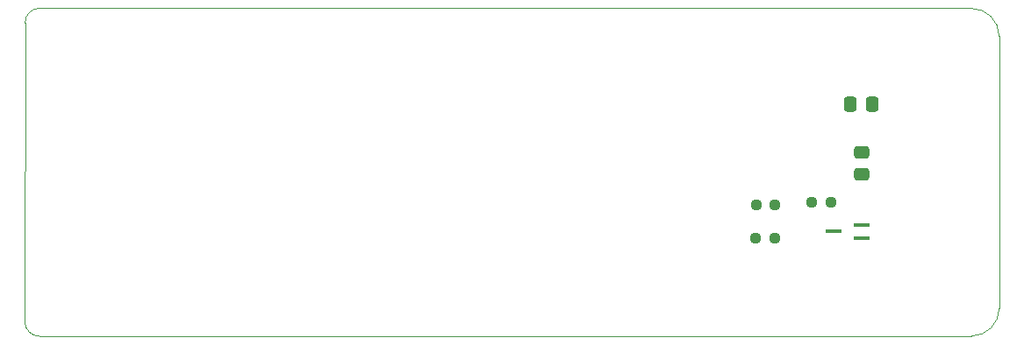
<source format=gbp>
%TF.GenerationSoftware,KiCad,Pcbnew,(6.0.2)*%
%TF.CreationDate,2022-05-28T13:28:15-07:00*%
%TF.ProjectId,TxBoard,5478426f-6172-4642-9e6b-696361645f70,4*%
%TF.SameCoordinates,Original*%
%TF.FileFunction,Paste,Bot*%
%TF.FilePolarity,Positive*%
%FSLAX46Y46*%
G04 Gerber Fmt 4.6, Leading zero omitted, Abs format (unit mm)*
G04 Created by KiCad (PCBNEW (6.0.2)) date 2022-05-28 13:28:15*
%MOMM*%
%LPD*%
G01*
G04 APERTURE LIST*
G04 Aperture macros list*
%AMRoundRect*
0 Rectangle with rounded corners*
0 $1 Rounding radius*
0 $2 $3 $4 $5 $6 $7 $8 $9 X,Y pos of 4 corners*
0 Add a 4 corners polygon primitive as box body*
4,1,4,$2,$3,$4,$5,$6,$7,$8,$9,$2,$3,0*
0 Add four circle primitives for the rounded corners*
1,1,$1+$1,$2,$3*
1,1,$1+$1,$4,$5*
1,1,$1+$1,$6,$7*
1,1,$1+$1,$8,$9*
0 Add four rect primitives between the rounded corners*
20,1,$1+$1,$2,$3,$4,$5,0*
20,1,$1+$1,$4,$5,$6,$7,0*
20,1,$1+$1,$6,$7,$8,$9,0*
20,1,$1+$1,$8,$9,$2,$3,0*%
G04 Aperture macros list end*
%TA.AperFunction,Profile*%
%ADD10C,0.100000*%
%TD*%
%ADD11RoundRect,0.250000X0.337500X0.475000X-0.337500X0.475000X-0.337500X-0.475000X0.337500X-0.475000X0*%
%ADD12RoundRect,0.250000X0.475000X-0.337500X0.475000X0.337500X-0.475000X0.337500X-0.475000X-0.337500X0*%
%ADD13RoundRect,0.237500X0.250000X0.237500X-0.250000X0.237500X-0.250000X-0.237500X0.250000X-0.237500X0*%
%ADD14RoundRect,0.237500X-0.250000X-0.237500X0.250000X-0.237500X0.250000X0.237500X-0.250000X0.237500X0*%
%ADD15R,1.500000X0.450000*%
G04 APERTURE END LIST*
D10*
X104389949Y-113010051D02*
X194300000Y-113000000D01*
X103000000Y-82700000D02*
X102989949Y-111610051D01*
X197000000Y-110300000D02*
X197000000Y-84000000D01*
X197000000Y-84000000D02*
G75*
G03*
X194300000Y-81300000I-2700001J-1D01*
G01*
X102989949Y-111610051D02*
G75*
G03*
X104389949Y-113010051I1400002J2D01*
G01*
X104400000Y-81300000D02*
G75*
G03*
X103000000Y-82700000I2J-1400002D01*
G01*
X194300000Y-81300000D02*
X104400000Y-81300000D01*
X194300000Y-113000000D02*
G75*
G03*
X197000000Y-110300000I-1J2700001D01*
G01*
D11*
%TO.C,C2*%
X182662500Y-90600000D03*
X184737500Y-90600000D03*
%TD*%
D12*
%TO.C,C1*%
X183700000Y-97337500D03*
X183700000Y-95262500D03*
%TD*%
D13*
%TO.C,R2*%
X175387000Y-100330000D03*
X173562000Y-100330000D03*
%TD*%
D14*
%TO.C,R1*%
X178919500Y-100076000D03*
X180744500Y-100076000D03*
%TD*%
D13*
%TO.C,R3*%
X175307000Y-103505000D03*
X173482000Y-103505000D03*
%TD*%
D15*
%TO.C,Q1*%
X183702000Y-102220000D03*
X183702000Y-103520000D03*
X181042000Y-102870000D03*
%TD*%
M02*

</source>
